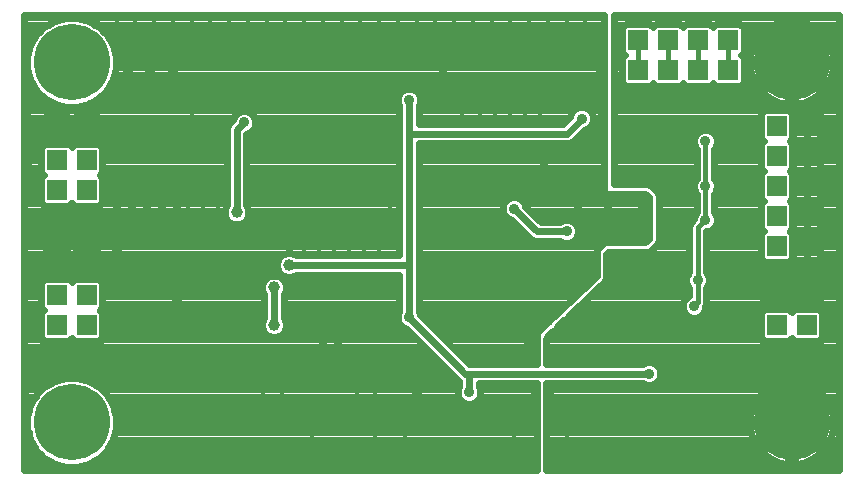
<source format=gbr>
G75*
G70*
%OFA0B0*%
%FSLAX24Y24*%
%IPPOS*%
%LPD*%
%AMOC8*
5,1,8,0,0,1.08239X$1,22.5*
%
%ADD10R,0.0650X0.0650*%
%ADD11C,0.2540*%
%ADD12C,0.0357*%
%ADD13C,0.0240*%
%ADD14C,0.0160*%
%ADD15C,0.0396*%
%ADD16C,0.0317*%
D10*
X001720Y007643D03*
X002720Y007643D03*
X002720Y008643D03*
X001720Y008643D03*
X001720Y009643D03*
X002720Y009643D03*
X002720Y010643D03*
X001720Y010643D03*
X001720Y012143D03*
X002720Y012143D03*
X002720Y013143D03*
X001720Y013143D03*
X001720Y014143D03*
X002720Y014143D03*
X002720Y015143D03*
X001720Y015143D03*
X021095Y017143D03*
X022095Y017143D03*
X023095Y017143D03*
X024095Y017143D03*
X024095Y018143D03*
X023095Y018143D03*
X022095Y018143D03*
X021095Y018143D03*
X025720Y015268D03*
X026720Y015268D03*
X026720Y014268D03*
X025720Y014268D03*
X025720Y013268D03*
X026720Y013268D03*
X026720Y012268D03*
X025720Y012268D03*
X025720Y011268D03*
X026720Y011268D03*
X026720Y009643D03*
X025720Y009643D03*
X025720Y008643D03*
X026720Y008643D03*
X026720Y007643D03*
X025720Y007643D03*
D11*
X026220Y005393D03*
X026220Y017393D03*
X002220Y017393D03*
X002220Y005393D03*
D12*
X003970Y005768D03*
X004720Y005768D03*
X005470Y005768D03*
X005970Y005518D03*
X006720Y005518D03*
X007470Y005518D03*
X008220Y005518D03*
X008970Y005518D03*
X009720Y005518D03*
X010220Y005393D03*
X010220Y004768D03*
X010595Y004268D03*
X010220Y003893D03*
X010970Y003893D03*
X011220Y004268D03*
X011720Y003893D03*
X011970Y004268D03*
X012470Y003893D03*
X013220Y003893D03*
X013970Y003893D03*
X014720Y003893D03*
X015470Y003893D03*
X016220Y003893D03*
X016970Y003893D03*
X017595Y004143D03*
X017595Y004643D03*
X018220Y004643D03*
X018720Y004768D03*
X018845Y005268D03*
X018720Y005768D03*
X018220Y006018D03*
X017595Y006018D03*
X017095Y005893D03*
X016845Y005393D03*
X016970Y004768D03*
X018220Y004143D03*
X018720Y003893D03*
X019220Y003893D03*
X019720Y003893D03*
X018220Y006518D03*
X017595Y006518D03*
X017095Y007643D03*
X016595Y007643D03*
X016095Y007643D03*
X015595Y007643D03*
X015720Y008643D03*
X016220Y008643D03*
X016595Y008893D03*
X016970Y009268D03*
X016595Y009643D03*
X015970Y009643D03*
X015095Y009643D03*
X014720Y009268D03*
X014470Y009643D03*
X014720Y008768D03*
X015220Y008643D03*
X013470Y008893D03*
X012720Y010143D03*
X012095Y010143D03*
X011470Y010143D03*
X011470Y011268D03*
X011970Y011268D03*
X012470Y011268D03*
X012470Y011893D03*
X012845Y012393D03*
X013970Y013268D03*
X013970Y013768D03*
X015470Y014268D03*
X015220Y015518D03*
X015845Y015518D03*
X016345Y015518D03*
X016845Y015518D03*
X017345Y015518D03*
X017845Y015518D03*
X018595Y016268D03*
X019095Y016143D03*
X019845Y016018D03*
X019845Y016518D03*
X019345Y016768D03*
X019845Y017018D03*
X019845Y017518D03*
X019845Y018018D03*
X019845Y018518D03*
X019345Y018893D03*
X018720Y018893D03*
X018095Y018893D03*
X017470Y018893D03*
X016845Y018893D03*
X016220Y018893D03*
X015595Y018893D03*
X014970Y018893D03*
X014345Y018893D03*
X013720Y018893D03*
X013095Y018893D03*
X012470Y018893D03*
X011845Y018893D03*
X011220Y018893D03*
X010595Y018893D03*
X009970Y018893D03*
X009345Y018893D03*
X008720Y018893D03*
X008095Y018893D03*
X007470Y018893D03*
X006845Y018893D03*
X006220Y018893D03*
X005595Y018893D03*
X004970Y018893D03*
X004345Y018893D03*
X003720Y018893D03*
X003095Y018893D03*
X004095Y017143D03*
X004845Y017143D03*
X005595Y017143D03*
X005970Y017518D03*
X006595Y017518D03*
X007220Y017518D03*
X007970Y017518D03*
X008720Y017518D03*
X009345Y017518D03*
X009345Y018143D03*
X011470Y018393D03*
X011470Y017643D03*
X012220Y017643D03*
X012970Y017393D03*
X013845Y017393D03*
X014595Y017018D03*
X015220Y016643D03*
X015970Y016643D03*
X016720Y016643D03*
X017470Y016643D03*
X018220Y016643D03*
X019220Y015518D03*
X019845Y015518D03*
X017970Y014393D03*
X017970Y013893D03*
X018345Y013643D03*
X018470Y013143D03*
X019095Y012643D03*
X020095Y012643D03*
X020095Y011768D03*
X021220Y011768D03*
X021220Y012643D03*
X023345Y012143D03*
X023345Y013268D03*
X022845Y014268D03*
X023345Y014768D03*
X018720Y011768D03*
X016970Y012518D03*
X014220Y011893D03*
X010970Y011268D03*
X010470Y011268D03*
X009970Y011268D03*
X009970Y011768D03*
X009970Y012268D03*
X009345Y012268D03*
X008845Y012268D03*
X008345Y012268D03*
X008345Y012768D03*
X008845Y012768D03*
X009345Y012768D03*
X009970Y012768D03*
X009220Y013768D03*
X008595Y013768D03*
X007095Y012893D03*
X007095Y012393D03*
X006595Y012393D03*
X006095Y012393D03*
X005720Y012143D03*
X005220Y012143D03*
X004720Y012143D03*
X004220Y012143D03*
X003720Y012143D03*
X003720Y012643D03*
X004220Y012643D03*
X004720Y012643D03*
X005220Y012643D03*
X005720Y012643D03*
X006095Y013018D03*
X006595Y013018D03*
X006220Y014518D03*
X006220Y015018D03*
X006220Y015518D03*
X007970Y015393D03*
X010720Y015143D03*
X011220Y015143D03*
X011220Y014643D03*
X013470Y016143D03*
X007220Y010143D03*
X006720Y010143D03*
X006220Y010143D03*
X005720Y009893D03*
X005720Y009393D03*
X005220Y009143D03*
X004720Y009143D03*
X004220Y009143D03*
X003720Y009143D03*
X003720Y009643D03*
X004220Y009643D03*
X004720Y009643D03*
X005220Y009643D03*
X004220Y010143D03*
X003720Y010143D03*
X003720Y010643D03*
X003720Y011143D03*
X003720Y011643D03*
X000720Y011518D03*
X000720Y010893D03*
X000720Y010268D03*
X000720Y009643D03*
X000720Y009018D03*
X000720Y008393D03*
X000720Y007768D03*
X000720Y007143D03*
X000720Y006518D03*
X003345Y003893D03*
X004095Y003893D03*
X004845Y003893D03*
X005595Y003893D03*
X006345Y003893D03*
X007095Y003893D03*
X007845Y003893D03*
X008720Y003893D03*
X009470Y003893D03*
X012345Y004768D03*
X012345Y005268D03*
X012970Y005268D03*
X013720Y005268D03*
X013345Y004768D03*
X013720Y005893D03*
X013720Y006393D03*
X012845Y006768D03*
X012345Y006518D03*
X011720Y006518D03*
X011095Y007393D03*
X011095Y007893D03*
X010595Y007893D03*
X009220Y006518D03*
X008595Y006518D03*
X006345Y007268D03*
X006345Y007768D03*
X006345Y008268D03*
X006220Y009643D03*
X006720Y009643D03*
X007220Y009643D03*
X007720Y009643D03*
X000720Y012143D03*
X000720Y012768D03*
X000720Y013393D03*
X000720Y014018D03*
X000720Y014643D03*
X000720Y015268D03*
X000720Y015768D03*
X000720Y016268D03*
X000720Y016768D03*
X015470Y006393D03*
X017470Y008018D03*
X017720Y008393D03*
X018095Y008768D03*
X018470Y009143D03*
X019095Y009018D03*
X018970Y009643D03*
X017345Y009643D03*
X021470Y007018D03*
X022970Y009268D03*
X023095Y010143D03*
D13*
X000641Y003814D02*
X000641Y018973D01*
X019970Y018973D01*
X019970Y013018D01*
X021345Y013018D01*
X021470Y012893D01*
X021470Y011518D01*
X021345Y011393D01*
X019970Y011393D01*
X019720Y011143D01*
X019720Y010268D01*
X017720Y008393D01*
X017720Y007338D01*
X015478Y007338D01*
X013848Y008967D01*
X013848Y008969D01*
X013791Y009108D01*
X013790Y009108D01*
X013790Y014698D01*
X018784Y014698D01*
X018901Y014747D01*
X018991Y014837D01*
X019294Y015140D01*
X019295Y015140D01*
X019434Y015197D01*
X019541Y015304D01*
X019598Y015443D01*
X019598Y015594D01*
X019541Y015733D01*
X019434Y015839D01*
X019295Y015897D01*
X019145Y015897D01*
X019006Y015839D01*
X018899Y015733D01*
X018842Y015594D01*
X018842Y015592D01*
X018587Y015338D01*
X013790Y015338D01*
X013790Y015928D01*
X013791Y015929D01*
X013848Y016068D01*
X013848Y016219D01*
X013791Y016358D01*
X013684Y016464D01*
X013545Y016522D01*
X013395Y016522D01*
X013256Y016464D01*
X013149Y016358D01*
X013092Y016219D01*
X013092Y016068D01*
X013149Y015929D01*
X013150Y015928D01*
X013150Y010963D01*
X009713Y010963D01*
X009696Y010981D01*
X009549Y011041D01*
X009391Y011041D01*
X009244Y010981D01*
X009132Y010869D01*
X009072Y010722D01*
X009072Y010564D01*
X009132Y010418D01*
X009244Y010306D01*
X009391Y010245D01*
X009549Y010245D01*
X009696Y010306D01*
X009713Y010323D01*
X013150Y010323D01*
X013150Y009108D01*
X013149Y009108D01*
X013092Y008969D01*
X013092Y008818D01*
X013149Y008679D01*
X013256Y008572D01*
X013395Y008515D01*
X013396Y008515D01*
X015074Y006837D01*
X015150Y006761D01*
X015150Y006608D01*
X015149Y006608D01*
X015092Y006469D01*
X015092Y006318D01*
X015149Y006179D01*
X015256Y006072D01*
X015395Y006015D01*
X015545Y006015D01*
X015684Y006072D01*
X015791Y006179D01*
X015848Y006318D01*
X015848Y006469D01*
X015791Y006608D01*
X015790Y006608D01*
X015790Y006698D01*
X017720Y006698D01*
X017720Y003814D01*
X000641Y003814D01*
X000641Y003870D02*
X017720Y003870D01*
X017720Y004109D02*
X002935Y004109D01*
X002787Y004023D02*
X003123Y004217D01*
X003396Y004491D01*
X003590Y004826D01*
X003690Y005200D01*
X003690Y005587D01*
X003590Y005961D01*
X003396Y006296D01*
X003123Y006570D01*
X002787Y006763D01*
X002414Y006863D01*
X002026Y006863D01*
X001653Y006763D01*
X001317Y006570D01*
X001044Y006296D01*
X000850Y005961D01*
X000750Y005587D01*
X000750Y005200D01*
X000850Y004826D01*
X001044Y004491D01*
X001317Y004217D01*
X001653Y004023D01*
X002026Y003923D01*
X002414Y003923D01*
X002787Y004023D01*
X003253Y004347D02*
X017720Y004347D01*
X017720Y004586D02*
X003451Y004586D01*
X003589Y004824D02*
X017720Y004824D01*
X018040Y004824D02*
X024951Y004824D01*
X024962Y004798D02*
X025026Y004678D01*
X025102Y004564D01*
X025189Y004459D01*
X025285Y004362D01*
X025391Y004276D01*
X025505Y004200D01*
X025625Y004135D01*
X025751Y004083D01*
X025882Y004043D01*
X026016Y004017D01*
X026100Y004008D01*
X026100Y005273D01*
X026340Y005273D01*
X026340Y004008D01*
X026424Y004017D01*
X026558Y004043D01*
X026689Y004083D01*
X026815Y004135D01*
X026935Y004200D01*
X027049Y004276D01*
X027155Y004362D01*
X027251Y004459D01*
X027338Y004564D01*
X027414Y004678D01*
X027478Y004798D01*
X027530Y004924D01*
X027570Y005055D01*
X027597Y005189D01*
X027605Y005273D01*
X026340Y005273D01*
X026340Y005513D01*
X027605Y005513D01*
X027597Y005598D01*
X027570Y005731D01*
X027530Y005862D01*
X027478Y005988D01*
X027414Y006109D01*
X027338Y006222D01*
X027251Y006328D01*
X027155Y006424D01*
X027049Y006511D01*
X026935Y006587D01*
X026815Y006651D01*
X026689Y006704D01*
X026558Y006743D01*
X026424Y006770D01*
X026340Y006778D01*
X026340Y005513D01*
X026100Y005513D01*
X026100Y005273D01*
X024835Y005273D01*
X024843Y005189D01*
X024870Y005055D01*
X024910Y004924D01*
X024962Y004798D01*
X025088Y004586D02*
X018040Y004586D01*
X018040Y004347D02*
X025303Y004347D01*
X025689Y004109D02*
X018040Y004109D01*
X018040Y003870D02*
X027799Y003870D01*
X027799Y003814D02*
X018040Y003814D01*
X018040Y006698D01*
X019659Y006698D01*
X021255Y006698D01*
X021256Y006697D01*
X021395Y006640D01*
X021545Y006640D01*
X021684Y006697D01*
X021791Y006804D01*
X021848Y006943D01*
X021848Y007094D01*
X021791Y007233D01*
X021684Y007339D01*
X021545Y007397D01*
X021395Y007397D01*
X021256Y007339D01*
X021255Y007338D01*
X018040Y007338D01*
X018040Y008178D01*
X018041Y008179D01*
X018093Y008304D01*
X018195Y008400D01*
X018309Y008447D01*
X018416Y008554D01*
X018452Y008641D01*
X018615Y008794D01*
X018684Y008822D01*
X018791Y008929D01*
X018811Y008977D01*
X019175Y009319D01*
X019184Y009322D01*
X019265Y009403D01*
X019896Y009995D01*
X019901Y009997D01*
X019943Y010038D01*
X019985Y010078D01*
X019988Y010083D01*
X019991Y010087D01*
X020014Y010141D01*
X020038Y010194D01*
X020038Y010200D01*
X020040Y010205D01*
X020040Y010263D01*
X020042Y010322D01*
X020040Y010327D01*
X020040Y011011D01*
X020103Y011073D01*
X021409Y011073D01*
X021526Y011122D01*
X021651Y011247D01*
X021741Y011337D01*
X021790Y011455D01*
X021790Y012957D01*
X021741Y013075D01*
X021616Y013200D01*
X021526Y013290D01*
X021409Y013338D01*
X020290Y013338D01*
X020290Y018973D01*
X027799Y018973D01*
X027799Y003814D01*
X027799Y004109D02*
X026751Y004109D01*
X027137Y004347D02*
X027799Y004347D01*
X027799Y004586D02*
X027352Y004586D01*
X027489Y004824D02*
X027799Y004824D01*
X027799Y005063D02*
X027571Y005063D01*
X027799Y005301D02*
X026340Y005301D01*
X026340Y005063D02*
X026100Y005063D01*
X026100Y005301D02*
X018040Y005301D01*
X018040Y005063D02*
X024869Y005063D01*
X024835Y005513D02*
X026100Y005513D01*
X026100Y006778D01*
X026016Y006770D01*
X025882Y006743D01*
X025751Y006704D01*
X025625Y006651D01*
X025505Y006587D01*
X025391Y006511D01*
X025285Y006424D01*
X025189Y006328D01*
X025102Y006222D01*
X025026Y006109D01*
X024962Y005988D01*
X024910Y005862D01*
X024870Y005731D01*
X024843Y005598D01*
X024835Y005513D01*
X024838Y005540D02*
X018040Y005540D01*
X018040Y005778D02*
X024884Y005778D01*
X024977Y006017D02*
X018040Y006017D01*
X018040Y006255D02*
X025129Y006255D01*
X025370Y006494D02*
X018040Y006494D01*
X017720Y006494D02*
X015838Y006494D01*
X015470Y006393D02*
X015470Y007018D01*
X015345Y007018D01*
X013470Y008893D01*
X013470Y010393D01*
X013470Y010643D01*
X009470Y010643D01*
X009099Y010787D02*
X003165Y010787D01*
X003165Y010643D02*
X003165Y010984D01*
X003157Y011015D01*
X003141Y011042D01*
X003119Y011064D01*
X003091Y011080D01*
X003061Y011088D01*
X002720Y011088D01*
X002379Y011088D01*
X002349Y011080D01*
X002321Y011064D01*
X002299Y011042D01*
X002283Y011015D01*
X002275Y010984D01*
X002275Y010643D01*
X002275Y010303D01*
X002283Y010272D01*
X002299Y010245D01*
X002321Y010222D01*
X002349Y010206D01*
X002379Y010198D01*
X002720Y010198D01*
X003061Y010198D01*
X003091Y010206D01*
X003119Y010222D01*
X003141Y010245D01*
X003157Y010272D01*
X003165Y010303D01*
X003165Y010643D01*
X002720Y010643D01*
X002720Y010198D01*
X002720Y010643D01*
X002720Y010643D01*
X002720Y010643D01*
X002275Y010643D01*
X002720Y010643D01*
X002720Y010643D01*
X003165Y010643D01*
X003165Y010548D02*
X009078Y010548D01*
X009049Y010291D02*
X008891Y010291D01*
X008744Y010231D01*
X008632Y010119D01*
X008572Y009972D01*
X008572Y009814D01*
X008632Y009668D01*
X008650Y009650D01*
X008650Y008886D01*
X008632Y008869D01*
X008572Y008722D01*
X008572Y008564D01*
X008632Y008418D01*
X008744Y008306D01*
X008891Y008245D01*
X009049Y008245D01*
X009196Y008306D01*
X009308Y008418D01*
X009368Y008564D01*
X009368Y008722D01*
X009308Y008869D01*
X009290Y008886D01*
X009290Y009650D01*
X009308Y009668D01*
X009368Y009814D01*
X009368Y009972D01*
X009308Y010119D01*
X009196Y010231D01*
X009049Y010291D01*
X009240Y010310D02*
X003165Y010310D01*
X003128Y010168D02*
X002312Y010168D01*
X002220Y010076D01*
X002128Y010168D01*
X001312Y010168D01*
X001195Y010051D01*
X001195Y009235D01*
X001287Y009143D01*
X001195Y009051D01*
X001195Y008235D01*
X001312Y008118D01*
X002128Y008118D01*
X002220Y008210D01*
X002312Y008118D01*
X003128Y008118D01*
X003245Y008235D01*
X003245Y009051D01*
X003153Y009143D01*
X003245Y009235D01*
X003245Y010051D01*
X003128Y010168D01*
X003225Y010071D02*
X008613Y010071D01*
X008572Y009833D02*
X003245Y009833D01*
X003245Y009594D02*
X008650Y009594D01*
X008650Y009356D02*
X003245Y009356D01*
X003179Y009117D02*
X008650Y009117D01*
X008642Y008879D02*
X003245Y008879D01*
X003245Y008640D02*
X008572Y008640D01*
X008648Y008402D02*
X003245Y008402D01*
X003173Y008163D02*
X013747Y008163D01*
X013509Y008402D02*
X009292Y008402D01*
X009368Y008640D02*
X013188Y008640D01*
X013092Y008879D02*
X009298Y008879D01*
X008970Y008643D02*
X008970Y009893D01*
X009327Y010071D02*
X013150Y010071D01*
X013150Y009833D02*
X009368Y009833D01*
X009290Y009594D02*
X013150Y009594D01*
X013150Y009356D02*
X009290Y009356D01*
X009290Y009117D02*
X013150Y009117D01*
X013790Y009117D02*
X018492Y009117D01*
X018747Y009356D02*
X013790Y009356D01*
X013790Y009594D02*
X019001Y009594D01*
X019218Y009356D02*
X022597Y009356D01*
X022592Y009344D02*
X022592Y009193D01*
X022649Y009054D01*
X022756Y008947D01*
X022895Y008890D01*
X023045Y008890D01*
X023184Y008947D01*
X023291Y009054D01*
X023348Y009193D01*
X023348Y009273D01*
X023375Y009338D01*
X023375Y009888D01*
X023416Y009929D01*
X023473Y010068D01*
X023473Y010219D01*
X023416Y010358D01*
X023375Y010398D01*
X023375Y011765D01*
X023420Y011765D01*
X023559Y011822D01*
X023666Y011929D01*
X023723Y012068D01*
X023723Y012219D01*
X023666Y012358D01*
X023625Y012398D01*
X023625Y013013D01*
X023666Y013054D01*
X023723Y013193D01*
X023723Y013344D01*
X023666Y013483D01*
X023625Y013523D01*
X023625Y014513D01*
X023666Y014554D01*
X023723Y014693D01*
X023723Y014844D01*
X023666Y014983D01*
X023559Y015089D01*
X023420Y015147D01*
X023270Y015147D01*
X023131Y015089D01*
X023024Y014983D01*
X022967Y014844D01*
X022967Y014693D01*
X023024Y014554D01*
X023065Y014513D01*
X023065Y013523D01*
X023024Y013483D01*
X022967Y013344D01*
X022967Y013193D01*
X023024Y013054D01*
X023065Y013013D01*
X023065Y012398D01*
X023024Y012358D01*
X022967Y012219D01*
X022967Y012161D01*
X022936Y012131D01*
X022858Y012052D01*
X022815Y011949D01*
X022815Y010398D01*
X022774Y010358D01*
X022717Y010219D01*
X022717Y010068D01*
X022774Y009929D01*
X022815Y009888D01*
X022815Y009614D01*
X022756Y009589D01*
X022649Y009483D01*
X022592Y009344D01*
X022623Y009117D02*
X018960Y009117D01*
X018741Y008879D02*
X025195Y008879D01*
X025195Y009051D02*
X025195Y008235D01*
X025312Y008118D01*
X026128Y008118D01*
X026220Y008210D01*
X026312Y008118D01*
X027128Y008118D01*
X027245Y008235D01*
X027245Y009051D01*
X027128Y009168D01*
X026312Y009168D01*
X026220Y009076D01*
X026128Y009168D01*
X025312Y009168D01*
X025195Y009051D01*
X025261Y009117D02*
X023317Y009117D01*
X023375Y009356D02*
X025275Y009356D01*
X025275Y009303D02*
X025283Y009272D01*
X025299Y009245D01*
X025321Y009222D01*
X025349Y009206D01*
X025379Y009198D01*
X025720Y009198D01*
X026061Y009198D01*
X026091Y009206D01*
X026119Y009222D01*
X026141Y009245D01*
X026157Y009272D01*
X026165Y009303D01*
X026165Y009643D01*
X025720Y009643D01*
X025720Y009198D01*
X025720Y009643D01*
X025720Y009643D01*
X025720Y009643D01*
X025275Y009643D01*
X025275Y009303D01*
X025720Y009356D02*
X025720Y009356D01*
X025720Y009594D02*
X025720Y009594D01*
X025720Y009643D02*
X025720Y009643D01*
X026165Y009643D01*
X026165Y009984D01*
X026157Y010015D01*
X026141Y010042D01*
X026119Y010064D01*
X026091Y010080D01*
X026061Y010088D01*
X025720Y010088D01*
X025379Y010088D01*
X025349Y010080D01*
X025321Y010064D01*
X025299Y010042D01*
X025283Y010015D01*
X025275Y009984D01*
X025275Y009643D01*
X025720Y009643D01*
X025720Y010088D01*
X025720Y009643D01*
X025720Y009643D01*
X025720Y009833D02*
X025720Y009833D01*
X025720Y010071D02*
X025720Y010071D01*
X025333Y010071D02*
X023473Y010071D01*
X023436Y010310D02*
X027799Y010310D01*
X027799Y010071D02*
X027107Y010071D01*
X027119Y010064D02*
X027091Y010080D01*
X027061Y010088D01*
X026720Y010088D01*
X026379Y010088D01*
X026349Y010080D01*
X026321Y010064D01*
X026299Y010042D01*
X026283Y010015D01*
X026275Y009984D01*
X026275Y009643D01*
X026275Y009303D01*
X026283Y009272D01*
X026299Y009245D01*
X026321Y009222D01*
X026349Y009206D01*
X026379Y009198D01*
X026720Y009198D01*
X027061Y009198D01*
X027091Y009206D01*
X027119Y009222D01*
X027141Y009245D01*
X027157Y009272D01*
X027165Y009303D01*
X027165Y009643D01*
X026720Y009643D01*
X026720Y009198D01*
X026720Y009643D01*
X026720Y009643D01*
X026720Y009643D01*
X026275Y009643D01*
X026720Y009643D01*
X026720Y009643D01*
X027165Y009643D01*
X027165Y009984D01*
X027157Y010015D01*
X027141Y010042D01*
X027119Y010064D01*
X027165Y009833D02*
X027799Y009833D01*
X027799Y009594D02*
X027165Y009594D01*
X027165Y009356D02*
X027799Y009356D01*
X027799Y009117D02*
X027179Y009117D01*
X027245Y008879D02*
X027799Y008879D01*
X027799Y008640D02*
X027245Y008640D01*
X027245Y008402D02*
X027799Y008402D01*
X027799Y008163D02*
X027173Y008163D01*
X027119Y008064D02*
X027091Y008080D01*
X027061Y008088D01*
X026720Y008088D01*
X026379Y008088D01*
X026349Y008080D01*
X026321Y008064D01*
X026299Y008042D01*
X026283Y008015D01*
X026275Y007984D01*
X026275Y007643D01*
X026275Y007303D01*
X026283Y007272D01*
X026299Y007245D01*
X026321Y007222D01*
X026349Y007206D01*
X026379Y007198D01*
X026720Y007198D01*
X027061Y007198D01*
X027091Y007206D01*
X027119Y007222D01*
X027141Y007245D01*
X027157Y007272D01*
X027165Y007303D01*
X027165Y007643D01*
X026720Y007643D01*
X026720Y007198D01*
X026720Y007643D01*
X026720Y007643D01*
X026720Y007643D01*
X026275Y007643D01*
X026720Y007643D01*
X026720Y007643D01*
X027165Y007643D01*
X027165Y007984D01*
X027157Y008015D01*
X027141Y008042D01*
X027119Y008064D01*
X027165Y007925D02*
X027799Y007925D01*
X027799Y007686D02*
X027165Y007686D01*
X027165Y007448D02*
X027799Y007448D01*
X027799Y007209D02*
X027096Y007209D01*
X026720Y007209D02*
X026720Y007209D01*
X026720Y007448D02*
X026720Y007448D01*
X026720Y007643D02*
X026720Y008088D01*
X026720Y007643D01*
X026720Y007643D01*
X026720Y007686D02*
X026720Y007686D01*
X026275Y007686D02*
X026165Y007686D01*
X026165Y007643D02*
X026165Y007984D01*
X026157Y008015D01*
X026141Y008042D01*
X026119Y008064D01*
X026091Y008080D01*
X026061Y008088D01*
X025720Y008088D01*
X025379Y008088D01*
X025349Y008080D01*
X025321Y008064D01*
X025299Y008042D01*
X025283Y008015D01*
X025275Y007984D01*
X025275Y007643D01*
X025275Y007303D01*
X025283Y007272D01*
X025299Y007245D01*
X025321Y007222D01*
X025349Y007206D01*
X025379Y007198D01*
X025720Y007198D01*
X026061Y007198D01*
X026091Y007206D01*
X026119Y007222D01*
X026141Y007245D01*
X026157Y007272D01*
X026165Y007303D01*
X026165Y007643D01*
X025720Y007643D01*
X025720Y007198D01*
X025720Y007643D01*
X025720Y007643D01*
X025720Y007643D01*
X025275Y007643D01*
X025720Y007643D01*
X025720Y007643D01*
X026165Y007643D01*
X026165Y007448D02*
X026275Y007448D01*
X026344Y007209D02*
X026096Y007209D01*
X025720Y007209D02*
X025720Y007209D01*
X025720Y007448D02*
X025720Y007448D01*
X025720Y007643D02*
X025720Y008088D01*
X025720Y007643D01*
X025720Y007643D01*
X025720Y007686D02*
X025720Y007686D01*
X025275Y007686D02*
X018040Y007686D01*
X018040Y007448D02*
X025275Y007448D01*
X025344Y007209D02*
X021800Y007209D01*
X021848Y006971D02*
X027799Y006971D01*
X027799Y006732D02*
X026594Y006732D01*
X026340Y006732D02*
X026100Y006732D01*
X026100Y006494D02*
X026340Y006494D01*
X025846Y006732D02*
X021719Y006732D01*
X021470Y007018D02*
X019595Y007018D01*
X015470Y007018D01*
X015345Y007018D01*
X015074Y006837D02*
X015074Y006837D01*
X015150Y006732D02*
X002841Y006732D01*
X003198Y006494D02*
X015102Y006494D01*
X015118Y006255D02*
X003420Y006255D01*
X003557Y006017D02*
X015390Y006017D01*
X015550Y006017D02*
X017720Y006017D01*
X017720Y006255D02*
X015822Y006255D01*
X014940Y006971D02*
X000641Y006971D01*
X000641Y007209D02*
X001344Y007209D01*
X001349Y007206D02*
X001379Y007198D01*
X001720Y007198D01*
X002061Y007198D01*
X002091Y007206D01*
X002119Y007222D01*
X002141Y007245D01*
X002157Y007272D01*
X002165Y007303D01*
X002165Y007643D01*
X001720Y007643D01*
X001720Y007198D01*
X001720Y007643D01*
X001720Y007643D01*
X001720Y007643D01*
X001275Y007643D01*
X001275Y007303D01*
X001283Y007272D01*
X001299Y007245D01*
X001321Y007222D01*
X001349Y007206D01*
X001275Y007448D02*
X000641Y007448D01*
X000641Y007686D02*
X001275Y007686D01*
X001275Y007643D02*
X001275Y007984D01*
X001283Y008015D01*
X001299Y008042D01*
X001321Y008064D01*
X001349Y008080D01*
X001379Y008088D01*
X001720Y008088D01*
X001720Y007643D01*
X001720Y007643D01*
X002165Y007643D01*
X002165Y007984D01*
X002157Y008015D01*
X002141Y008042D01*
X002119Y008064D01*
X002091Y008080D01*
X002061Y008088D01*
X001720Y008088D01*
X001720Y007643D01*
X001275Y007643D01*
X001720Y007643D02*
X001720Y007643D01*
X001720Y007686D02*
X001720Y007686D01*
X001720Y007448D02*
X001720Y007448D01*
X001720Y007209D02*
X001720Y007209D01*
X002096Y007209D02*
X002344Y007209D01*
X002349Y007206D02*
X002379Y007198D01*
X002720Y007198D01*
X003061Y007198D01*
X003091Y007206D01*
X003119Y007222D01*
X003141Y007245D01*
X003157Y007272D01*
X003165Y007303D01*
X003165Y007643D01*
X002720Y007643D01*
X002720Y007198D01*
X002720Y007643D01*
X002720Y007643D01*
X002720Y007643D01*
X002275Y007643D01*
X002275Y007303D01*
X002283Y007272D01*
X002299Y007245D01*
X002321Y007222D01*
X002349Y007206D01*
X002275Y007448D02*
X002165Y007448D01*
X002275Y007643D02*
X002275Y007984D01*
X002283Y008015D01*
X002299Y008042D01*
X002321Y008064D01*
X002349Y008080D01*
X002379Y008088D01*
X002720Y008088D01*
X002720Y007643D01*
X002720Y007643D01*
X003165Y007643D01*
X003165Y007984D01*
X003157Y008015D01*
X003141Y008042D01*
X003119Y008064D01*
X003091Y008080D01*
X003061Y008088D01*
X002720Y008088D01*
X002720Y007643D01*
X002275Y007643D01*
X002275Y007686D02*
X002165Y007686D01*
X002720Y007686D02*
X002720Y007686D01*
X002720Y007643D02*
X002720Y007643D01*
X002720Y007448D02*
X002720Y007448D01*
X002720Y007209D02*
X002720Y007209D01*
X003096Y007209D02*
X014701Y007209D01*
X014463Y007448D02*
X003165Y007448D01*
X003165Y007686D02*
X014224Y007686D01*
X013986Y007925D02*
X003165Y007925D01*
X002720Y007925D02*
X002720Y007925D01*
X002275Y007925D02*
X002165Y007925D01*
X002173Y008163D02*
X002267Y008163D01*
X001720Y007925D02*
X001720Y007925D01*
X001275Y007925D02*
X000641Y007925D01*
X000641Y008163D02*
X001267Y008163D01*
X001195Y008402D02*
X000641Y008402D01*
X000641Y008640D02*
X001195Y008640D01*
X001195Y008879D02*
X000641Y008879D01*
X000641Y009117D02*
X001261Y009117D01*
X001195Y009356D02*
X000641Y009356D01*
X000641Y009594D02*
X001195Y009594D01*
X001195Y009833D02*
X000641Y009833D01*
X000641Y010071D02*
X001215Y010071D01*
X001321Y010222D02*
X001349Y010206D01*
X001379Y010198D01*
X001720Y010198D01*
X002061Y010198D01*
X002091Y010206D01*
X002119Y010222D01*
X002141Y010245D01*
X002157Y010272D01*
X002165Y010303D01*
X002165Y010643D01*
X001720Y010643D01*
X001720Y010198D01*
X001720Y010643D01*
X001720Y010643D01*
X001720Y010643D01*
X001275Y010643D01*
X001275Y010303D01*
X001283Y010272D01*
X001299Y010245D01*
X001321Y010222D01*
X001275Y010310D02*
X000641Y010310D01*
X000641Y010548D02*
X001275Y010548D01*
X001275Y010643D02*
X001275Y010984D01*
X001283Y011015D01*
X001299Y011042D01*
X001321Y011064D01*
X001349Y011080D01*
X001379Y011088D01*
X001720Y011088D01*
X001720Y010643D01*
X001720Y010643D01*
X002165Y010643D01*
X002165Y010984D01*
X002157Y011015D01*
X002141Y011042D01*
X002119Y011064D01*
X002091Y011080D01*
X002061Y011088D01*
X001720Y011088D01*
X001720Y010643D01*
X001275Y010643D01*
X001275Y010787D02*
X000641Y010787D01*
X000641Y011025D02*
X001289Y011025D01*
X001720Y011025D02*
X001720Y011025D01*
X001720Y010787D02*
X001720Y010787D01*
X001720Y010643D02*
X001720Y010643D01*
X001720Y010548D02*
X001720Y010548D01*
X001720Y010310D02*
X001720Y010310D01*
X002165Y010310D02*
X002275Y010310D01*
X002720Y010310D02*
X002720Y010310D01*
X002720Y010548D02*
X002720Y010548D01*
X002720Y010643D02*
X002720Y011088D01*
X002720Y010643D01*
X002720Y010643D01*
X002720Y010787D02*
X002720Y010787D01*
X002720Y011025D02*
X002720Y011025D01*
X002289Y011025D02*
X002151Y011025D01*
X002165Y010787D02*
X002275Y010787D01*
X002275Y010548D02*
X002165Y010548D01*
X003151Y011025D02*
X009352Y011025D01*
X009588Y011025D02*
X013150Y011025D01*
X013150Y011264D02*
X000641Y011264D01*
X000641Y011502D02*
X013150Y011502D01*
X013150Y011741D02*
X003137Y011741D01*
X003141Y011745D02*
X003157Y011772D01*
X003165Y011803D01*
X003165Y012143D01*
X002720Y012143D01*
X002720Y011698D01*
X003061Y011698D01*
X003091Y011706D01*
X003119Y011722D01*
X003141Y011745D01*
X003165Y011979D02*
X013150Y011979D01*
X013150Y012218D02*
X008078Y012218D01*
X008058Y012168D02*
X008118Y012314D01*
X008118Y012472D01*
X008058Y012619D01*
X008040Y012636D01*
X008040Y015011D01*
X008044Y015015D01*
X008045Y015015D01*
X008184Y015072D01*
X008291Y015179D01*
X008348Y015318D01*
X008348Y015469D01*
X008291Y015608D01*
X008184Y015714D01*
X008045Y015772D01*
X007895Y015772D01*
X007756Y015714D01*
X007649Y015608D01*
X007592Y015469D01*
X007592Y015467D01*
X007449Y015325D01*
X007400Y015207D01*
X007400Y012636D01*
X007382Y012619D01*
X007322Y012472D01*
X007322Y012314D01*
X007382Y012168D01*
X007494Y012056D01*
X007641Y011995D01*
X007799Y011995D01*
X007946Y012056D01*
X008058Y012168D01*
X008118Y012456D02*
X013150Y012456D01*
X013150Y012695D02*
X008040Y012695D01*
X008040Y012933D02*
X013150Y012933D01*
X013150Y013172D02*
X008040Y013172D01*
X008040Y013410D02*
X013150Y013410D01*
X013150Y013649D02*
X008040Y013649D01*
X008040Y013887D02*
X013150Y013887D01*
X013150Y014126D02*
X008040Y014126D01*
X008040Y014364D02*
X013150Y014364D01*
X013150Y014603D02*
X008040Y014603D01*
X008040Y014841D02*
X013150Y014841D01*
X013150Y015080D02*
X008192Y015080D01*
X008348Y015318D02*
X013150Y015318D01*
X013150Y015557D02*
X008312Y015557D01*
X007970Y015393D02*
X007720Y015143D01*
X007720Y012393D01*
X007400Y012695D02*
X003204Y012695D01*
X003245Y012735D02*
X003245Y013551D01*
X003153Y013643D01*
X003245Y013735D01*
X003245Y014551D01*
X003128Y014668D01*
X002312Y014668D01*
X002220Y014576D01*
X002128Y014668D01*
X001312Y014668D01*
X001195Y014551D01*
X001195Y013735D01*
X001287Y013643D01*
X001195Y013551D01*
X001195Y012735D01*
X001312Y012618D01*
X002128Y012618D01*
X002220Y012710D01*
X002312Y012618D01*
X003128Y012618D01*
X003245Y012735D01*
X003245Y012933D02*
X007400Y012933D01*
X007400Y013172D02*
X003245Y013172D01*
X003245Y013410D02*
X007400Y013410D01*
X007400Y013649D02*
X003158Y013649D01*
X003245Y013887D02*
X007400Y013887D01*
X007400Y014126D02*
X003245Y014126D01*
X003245Y014364D02*
X007400Y014364D01*
X007400Y014603D02*
X003193Y014603D01*
X003119Y014722D02*
X003141Y014745D01*
X003157Y014772D01*
X003165Y014803D01*
X003165Y015143D01*
X002720Y015143D01*
X002720Y014698D01*
X003061Y014698D01*
X003091Y014706D01*
X003119Y014722D01*
X003165Y014841D02*
X007400Y014841D01*
X007400Y015080D02*
X003165Y015080D01*
X003165Y015143D02*
X003165Y015484D01*
X003157Y015515D01*
X003141Y015542D01*
X003119Y015564D01*
X003091Y015580D01*
X003061Y015588D01*
X002720Y015588D01*
X002379Y015588D01*
X002349Y015580D01*
X002321Y015564D01*
X002299Y015542D01*
X002283Y015515D01*
X002275Y015484D01*
X002275Y015143D01*
X002275Y014803D01*
X002283Y014772D01*
X002299Y014745D01*
X002321Y014722D01*
X002349Y014706D01*
X002379Y014698D01*
X002720Y014698D01*
X002720Y015143D01*
X002720Y015143D01*
X002720Y015143D01*
X002275Y015143D01*
X002720Y015143D01*
X002720Y015143D01*
X003165Y015143D01*
X003165Y015318D02*
X007446Y015318D01*
X007628Y015557D02*
X003126Y015557D01*
X002720Y015557D02*
X002720Y015557D01*
X002720Y015588D02*
X002720Y015143D01*
X002720Y015143D01*
X002720Y015588D01*
X002314Y015557D02*
X002126Y015557D01*
X002119Y015564D02*
X002091Y015580D01*
X002061Y015588D01*
X001720Y015588D01*
X001379Y015588D01*
X001349Y015580D01*
X001321Y015564D01*
X001299Y015542D01*
X001283Y015515D01*
X001275Y015484D01*
X001275Y015143D01*
X001275Y014803D01*
X001283Y014772D01*
X001299Y014745D01*
X001321Y014722D01*
X001349Y014706D01*
X001379Y014698D01*
X001720Y014698D01*
X002061Y014698D01*
X002091Y014706D01*
X002119Y014722D01*
X002141Y014745D01*
X002157Y014772D01*
X002165Y014803D01*
X002165Y015143D01*
X001720Y015143D01*
X001720Y014698D01*
X001720Y015143D01*
X001720Y015143D01*
X001720Y015143D01*
X001275Y015143D01*
X001720Y015143D01*
X001720Y015143D01*
X002165Y015143D01*
X002165Y015484D01*
X002157Y015515D01*
X002141Y015542D01*
X002119Y015564D01*
X002165Y015318D02*
X002275Y015318D01*
X002275Y015080D02*
X002165Y015080D01*
X002165Y014841D02*
X002275Y014841D01*
X002247Y014603D02*
X002193Y014603D01*
X002720Y014841D02*
X002720Y014841D01*
X002720Y015080D02*
X002720Y015080D01*
X002720Y015318D02*
X002720Y015318D01*
X002414Y015923D02*
X002026Y015923D01*
X001653Y016023D01*
X001317Y016217D01*
X001044Y016491D01*
X000850Y016826D01*
X000750Y017200D01*
X000750Y017587D01*
X000850Y017961D01*
X001044Y018296D01*
X001317Y018570D01*
X001653Y018763D01*
X002026Y018863D01*
X002414Y018863D01*
X002787Y018763D01*
X003123Y018570D01*
X003396Y018296D01*
X003590Y017961D01*
X003690Y017587D01*
X003690Y017200D01*
X003590Y016826D01*
X003396Y016491D01*
X003123Y016217D01*
X002787Y016023D01*
X002414Y015923D01*
X002805Y016034D02*
X013106Y016034D01*
X013114Y016272D02*
X003178Y016272D01*
X003408Y016511D02*
X013368Y016511D01*
X013572Y016511D02*
X019970Y016511D01*
X019970Y016749D02*
X003546Y016749D01*
X003633Y016988D02*
X019970Y016988D01*
X019970Y017226D02*
X003690Y017226D01*
X003690Y017465D02*
X019970Y017465D01*
X019970Y017703D02*
X003659Y017703D01*
X003595Y017942D02*
X019970Y017942D01*
X019970Y018180D02*
X003463Y018180D01*
X003273Y018419D02*
X019970Y018419D01*
X019970Y018657D02*
X002971Y018657D01*
X001469Y018657D02*
X000641Y018657D01*
X000641Y018419D02*
X001167Y018419D01*
X000977Y018180D02*
X000641Y018180D01*
X000641Y017942D02*
X000845Y017942D01*
X000781Y017703D02*
X000641Y017703D01*
X000641Y017465D02*
X000750Y017465D01*
X000750Y017226D02*
X000641Y017226D01*
X000641Y016988D02*
X000807Y016988D01*
X000894Y016749D02*
X000641Y016749D01*
X000641Y016511D02*
X001032Y016511D01*
X001262Y016272D02*
X000641Y016272D01*
X000641Y016034D02*
X001635Y016034D01*
X001720Y015588D02*
X001720Y015143D01*
X001720Y015143D01*
X001720Y015588D01*
X001720Y015557D02*
X001720Y015557D01*
X001720Y015318D02*
X001720Y015318D01*
X001720Y015080D02*
X001720Y015080D01*
X001720Y014841D02*
X001720Y014841D01*
X001275Y014841D02*
X000641Y014841D01*
X000641Y014603D02*
X001247Y014603D01*
X001195Y014364D02*
X000641Y014364D01*
X000641Y014126D02*
X001195Y014126D01*
X001195Y013887D02*
X000641Y013887D01*
X000641Y013649D02*
X001282Y013649D01*
X001195Y013410D02*
X000641Y013410D01*
X000641Y013172D02*
X001195Y013172D01*
X001195Y012933D02*
X000641Y012933D01*
X000641Y012695D02*
X001236Y012695D01*
X001321Y012564D02*
X001299Y012542D01*
X001283Y012515D01*
X001275Y012484D01*
X001275Y012143D01*
X001275Y011803D01*
X001283Y011772D01*
X001299Y011745D01*
X001321Y011722D01*
X001349Y011706D01*
X001379Y011698D01*
X001720Y011698D01*
X002061Y011698D01*
X002091Y011706D01*
X002119Y011722D01*
X002141Y011745D01*
X002157Y011772D01*
X002165Y011803D01*
X002165Y012143D01*
X001720Y012143D01*
X001720Y011698D01*
X001720Y012143D01*
X001720Y012143D01*
X001720Y012143D01*
X001275Y012143D01*
X001720Y012143D01*
X001720Y012143D01*
X002165Y012143D01*
X002165Y012484D01*
X002157Y012515D01*
X002141Y012542D01*
X002119Y012564D01*
X002091Y012580D01*
X002061Y012588D01*
X001720Y012588D01*
X001379Y012588D01*
X001349Y012580D01*
X001321Y012564D01*
X001275Y012456D02*
X000641Y012456D01*
X000641Y012218D02*
X001275Y012218D01*
X001275Y011979D02*
X000641Y011979D01*
X000641Y011741D02*
X001303Y011741D01*
X001720Y011741D02*
X001720Y011741D01*
X001720Y011979D02*
X001720Y011979D01*
X001720Y012143D02*
X001720Y012588D01*
X001720Y012143D01*
X001720Y012143D01*
X001720Y012218D02*
X001720Y012218D01*
X001720Y012456D02*
X001720Y012456D01*
X002165Y012456D02*
X002275Y012456D01*
X002275Y012484D02*
X002275Y012143D01*
X002275Y011803D01*
X002283Y011772D01*
X002299Y011745D01*
X002321Y011722D01*
X002349Y011706D01*
X002379Y011698D01*
X002720Y011698D01*
X002720Y012143D01*
X002720Y012143D01*
X002720Y012143D01*
X002275Y012143D01*
X002720Y012143D01*
X002720Y012143D01*
X003165Y012143D01*
X003165Y012484D01*
X003157Y012515D01*
X003141Y012542D01*
X003119Y012564D01*
X003091Y012580D01*
X003061Y012588D01*
X002720Y012588D01*
X002379Y012588D01*
X002349Y012580D01*
X002321Y012564D01*
X002299Y012542D01*
X002283Y012515D01*
X002275Y012484D01*
X002236Y012695D02*
X002204Y012695D01*
X002720Y012588D02*
X002720Y012143D01*
X002720Y012143D01*
X002720Y012588D01*
X002720Y012456D02*
X002720Y012456D01*
X002720Y012218D02*
X002720Y012218D01*
X002720Y011979D02*
X002720Y011979D01*
X002720Y011741D02*
X002720Y011741D01*
X002303Y011741D02*
X002137Y011741D01*
X002165Y011979D02*
X002275Y011979D01*
X002275Y012218D02*
X002165Y012218D01*
X003165Y012218D02*
X007362Y012218D01*
X007322Y012456D02*
X003165Y012456D01*
X001275Y015080D02*
X000641Y015080D01*
X000641Y015318D02*
X001275Y015318D01*
X001314Y015557D02*
X000641Y015557D01*
X000641Y015795D02*
X013150Y015795D01*
X013470Y016143D02*
X013470Y015018D01*
X018720Y015018D01*
X019220Y015518D01*
X019598Y015557D02*
X019970Y015557D01*
X019970Y015318D02*
X019547Y015318D01*
X019234Y015080D02*
X019970Y015080D01*
X019970Y014841D02*
X018996Y014841D01*
X018806Y015557D02*
X013790Y015557D01*
X013790Y015795D02*
X018962Y015795D01*
X019478Y015795D02*
X019970Y015795D01*
X019970Y016034D02*
X013834Y016034D01*
X013826Y016272D02*
X019970Y016272D01*
X020290Y016272D02*
X025396Y016272D01*
X025391Y016276D02*
X025505Y016200D01*
X025625Y016135D01*
X025751Y016083D01*
X025882Y016043D01*
X026016Y016017D01*
X026100Y016008D01*
X026100Y017273D01*
X026340Y017273D01*
X026340Y016008D01*
X026424Y016017D01*
X026558Y016043D01*
X026689Y016083D01*
X026815Y016135D01*
X026935Y016200D01*
X027049Y016276D01*
X027155Y016362D01*
X027251Y016459D01*
X027338Y016564D01*
X027414Y016678D01*
X027478Y016798D01*
X027530Y016924D01*
X027570Y017055D01*
X027597Y017189D01*
X027605Y017273D01*
X026340Y017273D01*
X026340Y017513D01*
X027605Y017513D01*
X027597Y017598D01*
X027570Y017731D01*
X027530Y017862D01*
X027478Y017988D01*
X027414Y018109D01*
X027338Y018222D01*
X027251Y018328D01*
X027155Y018424D01*
X027049Y018511D01*
X026935Y018587D01*
X026815Y018651D01*
X026689Y018704D01*
X026558Y018743D01*
X026424Y018770D01*
X026340Y018778D01*
X026340Y017513D01*
X026100Y017513D01*
X026100Y017273D01*
X024835Y017273D01*
X024843Y017189D01*
X024870Y017055D01*
X024910Y016924D01*
X024962Y016798D01*
X025026Y016678D01*
X025102Y016564D01*
X025189Y016459D01*
X025285Y016362D01*
X025391Y016276D01*
X025146Y016511D02*
X020290Y016511D01*
X020290Y016749D02*
X020570Y016749D01*
X020570Y016735D02*
X020687Y016618D01*
X021503Y016618D01*
X021595Y016710D01*
X021687Y016618D01*
X022503Y016618D01*
X022595Y016710D01*
X022687Y016618D01*
X023503Y016618D01*
X023595Y016710D01*
X023687Y016618D01*
X024503Y016618D01*
X024620Y016735D01*
X024620Y017551D01*
X024528Y017643D01*
X024620Y017735D01*
X024620Y018551D01*
X024503Y018668D01*
X023687Y018668D01*
X023595Y018576D01*
X023503Y018668D01*
X022687Y018668D01*
X022595Y018576D01*
X022503Y018668D01*
X021687Y018668D01*
X021595Y018576D01*
X021503Y018668D01*
X020687Y018668D01*
X020570Y018551D01*
X020570Y017735D01*
X020662Y017643D01*
X020570Y017551D01*
X020570Y016735D01*
X020570Y016988D02*
X020290Y016988D01*
X020290Y017226D02*
X020570Y017226D01*
X020570Y017465D02*
X020290Y017465D01*
X020290Y017703D02*
X020602Y017703D01*
X020570Y017942D02*
X020290Y017942D01*
X020290Y018180D02*
X020570Y018180D01*
X020570Y018419D02*
X020290Y018419D01*
X020290Y018657D02*
X020676Y018657D01*
X020290Y018896D02*
X027799Y018896D01*
X027799Y018657D02*
X026801Y018657D01*
X027160Y018419D02*
X027799Y018419D01*
X027799Y018180D02*
X027366Y018180D01*
X027497Y017942D02*
X027799Y017942D01*
X027799Y017703D02*
X027576Y017703D01*
X027799Y017465D02*
X026340Y017465D01*
X026340Y017703D02*
X026100Y017703D01*
X026100Y017513D02*
X026100Y018778D01*
X026016Y018770D01*
X025882Y018743D01*
X025751Y018704D01*
X025625Y018651D01*
X025505Y018587D01*
X025391Y018511D01*
X025285Y018424D01*
X025189Y018328D01*
X025102Y018222D01*
X025026Y018109D01*
X024962Y017988D01*
X024910Y017862D01*
X024870Y017731D01*
X024843Y017598D01*
X024835Y017513D01*
X026100Y017513D01*
X026100Y017465D02*
X024620Y017465D01*
X024620Y017226D02*
X024840Y017226D01*
X024890Y016988D02*
X024620Y016988D01*
X024620Y016749D02*
X024988Y016749D01*
X026100Y016749D02*
X026340Y016749D01*
X026340Y016511D02*
X026100Y016511D01*
X026100Y016272D02*
X026340Y016272D01*
X026340Y016034D02*
X026100Y016034D01*
X025930Y016034D02*
X020290Y016034D01*
X020290Y015795D02*
X027799Y015795D01*
X027799Y016034D02*
X026510Y016034D01*
X026245Y015676D02*
X026128Y015793D01*
X025312Y015793D01*
X025195Y015676D01*
X025195Y014860D01*
X025287Y014768D01*
X025195Y014676D01*
X025195Y013860D01*
X025287Y013768D01*
X025195Y013676D01*
X025195Y012860D01*
X025287Y012768D01*
X025195Y012676D01*
X025195Y011860D01*
X025287Y011768D01*
X025195Y011676D01*
X025195Y010860D01*
X025312Y010743D01*
X026128Y010743D01*
X026245Y010860D01*
X026245Y011676D01*
X026153Y011768D01*
X026245Y011860D01*
X026245Y012676D01*
X026153Y012768D01*
X026245Y012860D01*
X026245Y013676D01*
X026153Y013768D01*
X026245Y013860D01*
X026245Y014676D01*
X026153Y014768D01*
X026245Y014860D01*
X026245Y015676D01*
X026283Y015640D02*
X026275Y015609D01*
X026275Y015268D01*
X026275Y014928D01*
X026283Y014897D01*
X026299Y014870D01*
X026321Y014847D01*
X026349Y014831D01*
X026379Y014823D01*
X026720Y014823D01*
X027061Y014823D01*
X027091Y014831D01*
X027119Y014847D01*
X027141Y014870D01*
X027157Y014897D01*
X027165Y014928D01*
X027165Y015268D01*
X026720Y015268D01*
X026720Y014823D01*
X026720Y015268D01*
X026720Y015268D01*
X026720Y015268D01*
X026275Y015268D01*
X026720Y015268D01*
X026720Y015268D01*
X027165Y015268D01*
X027165Y015609D01*
X027157Y015640D01*
X027141Y015667D01*
X027119Y015689D01*
X027091Y015705D01*
X027061Y015713D01*
X026720Y015713D01*
X026379Y015713D01*
X026349Y015705D01*
X026321Y015689D01*
X026299Y015667D01*
X026283Y015640D01*
X026275Y015557D02*
X026245Y015557D01*
X026245Y015318D02*
X026275Y015318D01*
X026275Y015080D02*
X026245Y015080D01*
X026226Y014841D02*
X026332Y014841D01*
X026379Y014713D02*
X026349Y014705D01*
X026321Y014689D01*
X026299Y014667D01*
X026283Y014640D01*
X026275Y014609D01*
X026275Y014268D01*
X026275Y013928D01*
X026283Y013897D01*
X026299Y013870D01*
X026321Y013847D01*
X026349Y013831D01*
X026379Y013823D01*
X026720Y013823D01*
X027061Y013823D01*
X027091Y013831D01*
X027119Y013847D01*
X027141Y013870D01*
X027157Y013897D01*
X027165Y013928D01*
X027165Y014268D01*
X026720Y014268D01*
X026720Y013823D01*
X026720Y014268D01*
X026720Y014268D01*
X026720Y014268D01*
X026275Y014268D01*
X026720Y014268D01*
X026720Y014268D01*
X027165Y014268D01*
X027165Y014609D01*
X027157Y014640D01*
X027141Y014667D01*
X027119Y014689D01*
X027091Y014705D01*
X027061Y014713D01*
X026720Y014713D01*
X026379Y014713D01*
X026275Y014603D02*
X026245Y014603D01*
X026720Y014603D02*
X026720Y014603D01*
X026720Y014713D02*
X026720Y014268D01*
X026720Y014268D01*
X026720Y014713D01*
X026720Y014841D02*
X026720Y014841D01*
X026720Y015080D02*
X026720Y015080D01*
X026720Y015268D02*
X026720Y015713D01*
X026720Y015268D01*
X026720Y015268D01*
X026720Y015318D02*
X026720Y015318D01*
X026720Y015557D02*
X026720Y015557D01*
X027165Y015557D02*
X027799Y015557D01*
X027799Y015318D02*
X027165Y015318D01*
X027165Y015080D02*
X027799Y015080D01*
X027799Y014841D02*
X027108Y014841D01*
X027165Y014603D02*
X027799Y014603D01*
X027799Y014364D02*
X027165Y014364D01*
X027165Y014126D02*
X027799Y014126D01*
X027799Y013887D02*
X027151Y013887D01*
X027091Y013705D02*
X027061Y013713D01*
X026720Y013713D01*
X026379Y013713D01*
X026349Y013705D01*
X026321Y013689D01*
X026299Y013667D01*
X026283Y013640D01*
X026275Y013609D01*
X026275Y013268D01*
X026275Y012928D01*
X026283Y012897D01*
X026299Y012870D01*
X026321Y012847D01*
X026349Y012831D01*
X026379Y012823D01*
X026720Y012823D01*
X027061Y012823D01*
X027091Y012831D01*
X027119Y012847D01*
X027141Y012870D01*
X027157Y012897D01*
X027165Y012928D01*
X027165Y013268D01*
X026720Y013268D01*
X026720Y012823D01*
X026720Y013268D01*
X026720Y013268D01*
X026720Y013268D01*
X026275Y013268D01*
X026720Y013268D01*
X026720Y013268D01*
X027165Y013268D01*
X027165Y013609D01*
X027157Y013640D01*
X027141Y013667D01*
X027119Y013689D01*
X027091Y013705D01*
X027152Y013649D02*
X027799Y013649D01*
X027799Y013410D02*
X027165Y013410D01*
X027165Y013172D02*
X027799Y013172D01*
X027799Y012933D02*
X027165Y012933D01*
X027091Y012705D02*
X027061Y012713D01*
X026720Y012713D01*
X026379Y012713D01*
X026349Y012705D01*
X026321Y012689D01*
X026299Y012667D01*
X026283Y012640D01*
X026275Y012609D01*
X026275Y012268D01*
X026275Y011928D01*
X026283Y011897D01*
X026299Y011870D01*
X026321Y011847D01*
X026349Y011831D01*
X026379Y011823D01*
X026720Y011823D01*
X027061Y011823D01*
X027091Y011831D01*
X027119Y011847D01*
X027141Y011870D01*
X027157Y011897D01*
X027165Y011928D01*
X027165Y012268D01*
X026720Y012268D01*
X026720Y011823D01*
X026720Y012268D01*
X026720Y012268D01*
X026720Y012268D01*
X026275Y012268D01*
X026720Y012268D01*
X026720Y012268D01*
X027165Y012268D01*
X027165Y012609D01*
X027157Y012640D01*
X027141Y012667D01*
X027119Y012689D01*
X027091Y012705D01*
X027109Y012695D02*
X027799Y012695D01*
X027799Y012456D02*
X027165Y012456D01*
X027165Y012218D02*
X027799Y012218D01*
X027799Y011979D02*
X027165Y011979D01*
X027091Y011705D02*
X027061Y011713D01*
X026720Y011713D01*
X026379Y011713D01*
X026349Y011705D01*
X026321Y011689D01*
X026299Y011667D01*
X026283Y011640D01*
X026275Y011609D01*
X026275Y011268D01*
X026275Y010928D01*
X026283Y010897D01*
X026299Y010870D01*
X026321Y010847D01*
X026349Y010831D01*
X026379Y010823D01*
X026720Y010823D01*
X027061Y010823D01*
X027091Y010831D01*
X027119Y010847D01*
X027141Y010870D01*
X027157Y010897D01*
X027165Y010928D01*
X027165Y011268D01*
X026720Y011268D01*
X026720Y010823D01*
X026720Y011268D01*
X026720Y011268D01*
X026720Y011268D01*
X026275Y011268D01*
X026720Y011268D01*
X026720Y011268D01*
X027165Y011268D01*
X027165Y011609D01*
X027157Y011640D01*
X027141Y011667D01*
X027119Y011689D01*
X027091Y011705D01*
X027165Y011502D02*
X027799Y011502D01*
X027799Y011264D02*
X027165Y011264D01*
X027165Y011025D02*
X027799Y011025D01*
X027799Y010787D02*
X026171Y010787D01*
X026245Y011025D02*
X026275Y011025D01*
X026275Y011264D02*
X026245Y011264D01*
X026245Y011502D02*
X026275Y011502D01*
X026720Y011502D02*
X026720Y011502D01*
X026720Y011713D02*
X026720Y011268D01*
X026720Y011268D01*
X026720Y011713D01*
X026180Y011741D02*
X027799Y011741D01*
X026720Y011979D02*
X026720Y011979D01*
X026720Y012218D02*
X026720Y012218D01*
X026720Y012268D02*
X026720Y012713D01*
X026720Y012268D01*
X026720Y012268D01*
X026720Y012456D02*
X026720Y012456D01*
X026720Y012695D02*
X026720Y012695D01*
X026720Y012933D02*
X026720Y012933D01*
X026275Y012933D02*
X026245Y012933D01*
X026226Y012695D02*
X026331Y012695D01*
X026275Y012456D02*
X026245Y012456D01*
X026245Y012218D02*
X026275Y012218D01*
X026275Y011979D02*
X026245Y011979D01*
X025260Y011741D02*
X023375Y011741D01*
X023687Y011979D02*
X025195Y011979D01*
X025195Y012218D02*
X023723Y012218D01*
X023625Y012456D02*
X025195Y012456D01*
X025214Y012695D02*
X023625Y012695D01*
X023625Y012933D02*
X025195Y012933D01*
X025195Y013172D02*
X023715Y013172D01*
X023696Y013410D02*
X025195Y013410D01*
X025195Y013649D02*
X023625Y013649D01*
X023625Y013887D02*
X025195Y013887D01*
X025195Y014126D02*
X023625Y014126D01*
X023625Y014364D02*
X025195Y014364D01*
X025195Y014603D02*
X023686Y014603D01*
X023723Y014841D02*
X025214Y014841D01*
X025195Y015080D02*
X023569Y015080D01*
X023121Y015080D02*
X020290Y015080D01*
X020290Y015318D02*
X025195Y015318D01*
X025195Y015557D02*
X020290Y015557D01*
X020290Y014841D02*
X022967Y014841D01*
X023004Y014603D02*
X020290Y014603D01*
X020290Y014364D02*
X023065Y014364D01*
X023065Y014126D02*
X020290Y014126D01*
X020290Y013887D02*
X023065Y013887D01*
X023065Y013649D02*
X020290Y013649D01*
X020290Y013410D02*
X022994Y013410D01*
X022975Y013172D02*
X021644Y013172D01*
X021790Y012933D02*
X023065Y012933D01*
X023065Y012695D02*
X021790Y012695D01*
X021790Y012456D02*
X023065Y012456D01*
X022967Y012218D02*
X021790Y012218D01*
X021790Y011979D02*
X022828Y011979D01*
X022936Y012131D02*
X022936Y012131D01*
X022815Y011741D02*
X021790Y011741D01*
X021470Y011741D02*
X019098Y011741D01*
X019098Y011693D02*
X019098Y011844D01*
X019041Y011983D01*
X018934Y012089D01*
X018795Y012147D01*
X018645Y012147D01*
X018506Y012089D01*
X018505Y012088D01*
X017853Y012088D01*
X017348Y012592D01*
X017348Y012594D01*
X017291Y012733D01*
X017184Y012839D01*
X017045Y012897D01*
X016895Y012897D01*
X016756Y012839D01*
X016649Y012733D01*
X016592Y012594D01*
X016592Y012443D01*
X016649Y012304D01*
X016756Y012197D01*
X016895Y012140D01*
X016896Y012140D01*
X017539Y011497D01*
X017656Y011448D01*
X018505Y011448D01*
X018506Y011447D01*
X018645Y011390D01*
X018795Y011390D01*
X018934Y011447D01*
X019041Y011554D01*
X019098Y011693D01*
X018989Y011502D02*
X021454Y011502D01*
X021668Y011264D02*
X022815Y011264D01*
X022815Y011502D02*
X021790Y011502D01*
X021470Y011979D02*
X019042Y011979D01*
X018720Y011768D02*
X017720Y011768D01*
X016970Y012518D01*
X016634Y012695D02*
X013790Y012695D01*
X013790Y012933D02*
X021430Y012933D01*
X021470Y012695D02*
X017306Y012695D01*
X017485Y012456D02*
X021470Y012456D01*
X021470Y012218D02*
X017723Y012218D01*
X017295Y011741D02*
X013790Y011741D01*
X013790Y011979D02*
X017056Y011979D01*
X016735Y012218D02*
X013790Y012218D01*
X013790Y012456D02*
X016592Y012456D01*
X017533Y011502D02*
X013790Y011502D01*
X013790Y011264D02*
X019841Y011264D01*
X019720Y011025D02*
X013790Y011025D01*
X013790Y010787D02*
X019720Y010787D01*
X019720Y010548D02*
X013790Y010548D01*
X013470Y010643D02*
X013470Y015018D01*
X013790Y014603D02*
X019970Y014603D01*
X019970Y014364D02*
X013790Y014364D01*
X013790Y014126D02*
X019970Y014126D01*
X019970Y013887D02*
X013790Y013887D01*
X013790Y013649D02*
X019970Y013649D01*
X019970Y013410D02*
X013790Y013410D01*
X013790Y013172D02*
X019970Y013172D01*
X020055Y011025D02*
X022815Y011025D01*
X022815Y010787D02*
X020040Y010787D01*
X020040Y010548D02*
X022815Y010548D01*
X022754Y010310D02*
X020042Y010310D01*
X019978Y010071D02*
X022717Y010071D01*
X022815Y009833D02*
X019723Y009833D01*
X019510Y010071D02*
X013790Y010071D01*
X013790Y009833D02*
X019255Y009833D01*
X019469Y009594D02*
X022768Y009594D01*
X023375Y009594D02*
X025275Y009594D01*
X025275Y009833D02*
X023375Y009833D01*
X023375Y010548D02*
X027799Y010548D01*
X026720Y010088D02*
X026720Y009643D01*
X026720Y010088D01*
X026720Y010071D02*
X026720Y010071D01*
X026720Y009833D02*
X026720Y009833D01*
X026720Y009643D02*
X026720Y009643D01*
X026720Y009594D02*
X026720Y009594D01*
X026720Y009356D02*
X026720Y009356D01*
X026275Y009356D02*
X026165Y009356D01*
X026165Y009594D02*
X026275Y009594D01*
X026275Y009833D02*
X026165Y009833D01*
X026107Y010071D02*
X026333Y010071D01*
X026261Y009117D02*
X026179Y009117D01*
X025195Y008640D02*
X018452Y008640D01*
X018238Y008879D02*
X013937Y008879D01*
X014176Y008640D02*
X017983Y008640D01*
X018199Y008402D02*
X025195Y008402D01*
X025267Y008163D02*
X018040Y008163D01*
X018040Y007925D02*
X025275Y007925D01*
X025720Y007925D02*
X025720Y007925D01*
X026165Y007925D02*
X026275Y007925D01*
X026267Y008163D02*
X026173Y008163D01*
X026720Y007925D02*
X026720Y007925D01*
X027070Y006494D02*
X027799Y006494D01*
X027799Y006255D02*
X027311Y006255D01*
X027463Y006017D02*
X027799Y006017D01*
X027799Y005778D02*
X027556Y005778D01*
X027602Y005540D02*
X027799Y005540D01*
X026340Y005540D02*
X026100Y005540D01*
X026100Y005778D02*
X026340Y005778D01*
X026340Y006017D02*
X026100Y006017D01*
X026100Y006255D02*
X026340Y006255D01*
X026340Y004824D02*
X026100Y004824D01*
X026100Y004586D02*
X026340Y004586D01*
X026340Y004347D02*
X026100Y004347D01*
X026100Y004109D02*
X026340Y004109D01*
X017720Y005063D02*
X003653Y005063D01*
X003690Y005301D02*
X017720Y005301D01*
X017720Y005540D02*
X003690Y005540D01*
X003639Y005778D02*
X017720Y005778D01*
X017720Y007448D02*
X015368Y007448D01*
X015130Y007686D02*
X017720Y007686D01*
X017720Y007925D02*
X014891Y007925D01*
X014653Y008163D02*
X017720Y008163D01*
X017729Y008402D02*
X014414Y008402D01*
X013790Y010310D02*
X019720Y010310D01*
X023375Y010787D02*
X025269Y010787D01*
X025195Y011025D02*
X023375Y011025D01*
X023375Y011264D02*
X025195Y011264D01*
X025195Y011502D02*
X023375Y011502D01*
X026245Y013172D02*
X026275Y013172D01*
X026275Y013410D02*
X026245Y013410D01*
X026245Y013649D02*
X026288Y013649D01*
X026289Y013887D02*
X026245Y013887D01*
X026245Y014126D02*
X026275Y014126D01*
X026275Y014364D02*
X026245Y014364D01*
X026720Y014364D02*
X026720Y014364D01*
X026720Y014126D02*
X026720Y014126D01*
X026720Y013887D02*
X026720Y013887D01*
X026720Y013713D02*
X026720Y013268D01*
X026720Y013713D01*
X026720Y013649D02*
X026720Y013649D01*
X026720Y013410D02*
X026720Y013410D01*
X026720Y013268D02*
X026720Y013268D01*
X026720Y013172D02*
X026720Y013172D01*
X026720Y011264D02*
X026720Y011264D01*
X026720Y011025D02*
X026720Y011025D01*
X027044Y016272D02*
X027799Y016272D01*
X027799Y016511D02*
X027294Y016511D01*
X027452Y016749D02*
X027799Y016749D01*
X027799Y016988D02*
X027550Y016988D01*
X027600Y017226D02*
X027799Y017226D01*
X026340Y017226D02*
X026100Y017226D01*
X026100Y016988D02*
X026340Y016988D01*
X026340Y017942D02*
X026100Y017942D01*
X026100Y018180D02*
X026340Y018180D01*
X026340Y018419D02*
X026100Y018419D01*
X026100Y018657D02*
X026340Y018657D01*
X025639Y018657D02*
X024514Y018657D01*
X024620Y018419D02*
X025280Y018419D01*
X025074Y018180D02*
X024620Y018180D01*
X024620Y017942D02*
X024943Y017942D01*
X024864Y017703D02*
X024588Y017703D01*
X023676Y018657D02*
X023514Y018657D01*
X022676Y018657D02*
X022514Y018657D01*
X021676Y018657D02*
X021514Y018657D01*
X019970Y018896D02*
X000641Y018896D01*
X009700Y010310D02*
X013150Y010310D01*
X001599Y006732D02*
X000641Y006732D01*
X000641Y006494D02*
X001242Y006494D01*
X001020Y006255D02*
X000641Y006255D01*
X000641Y006017D02*
X000883Y006017D01*
X000801Y005778D02*
X000641Y005778D01*
X000641Y005540D02*
X000750Y005540D01*
X000750Y005301D02*
X000641Y005301D01*
X000641Y005063D02*
X000787Y005063D01*
X000851Y004824D02*
X000641Y004824D01*
X000641Y004586D02*
X000989Y004586D01*
X001187Y004347D02*
X000641Y004347D01*
X000641Y004109D02*
X001505Y004109D01*
D14*
X021095Y017143D02*
X021095Y018143D01*
X022095Y018143D02*
X022095Y017143D01*
X023095Y017143D02*
X023095Y018143D01*
X024095Y018143D02*
X024095Y017143D01*
X023345Y014768D02*
X023345Y014643D01*
X023345Y013268D01*
X023345Y012143D01*
X023095Y011893D01*
X023095Y010143D01*
X023095Y009393D01*
X022970Y009268D01*
D15*
X009470Y010643D03*
X008970Y009893D03*
X008970Y008643D03*
X007720Y012393D03*
D16*
X012970Y009768D03*
X013970Y009768D03*
M02*

</source>
